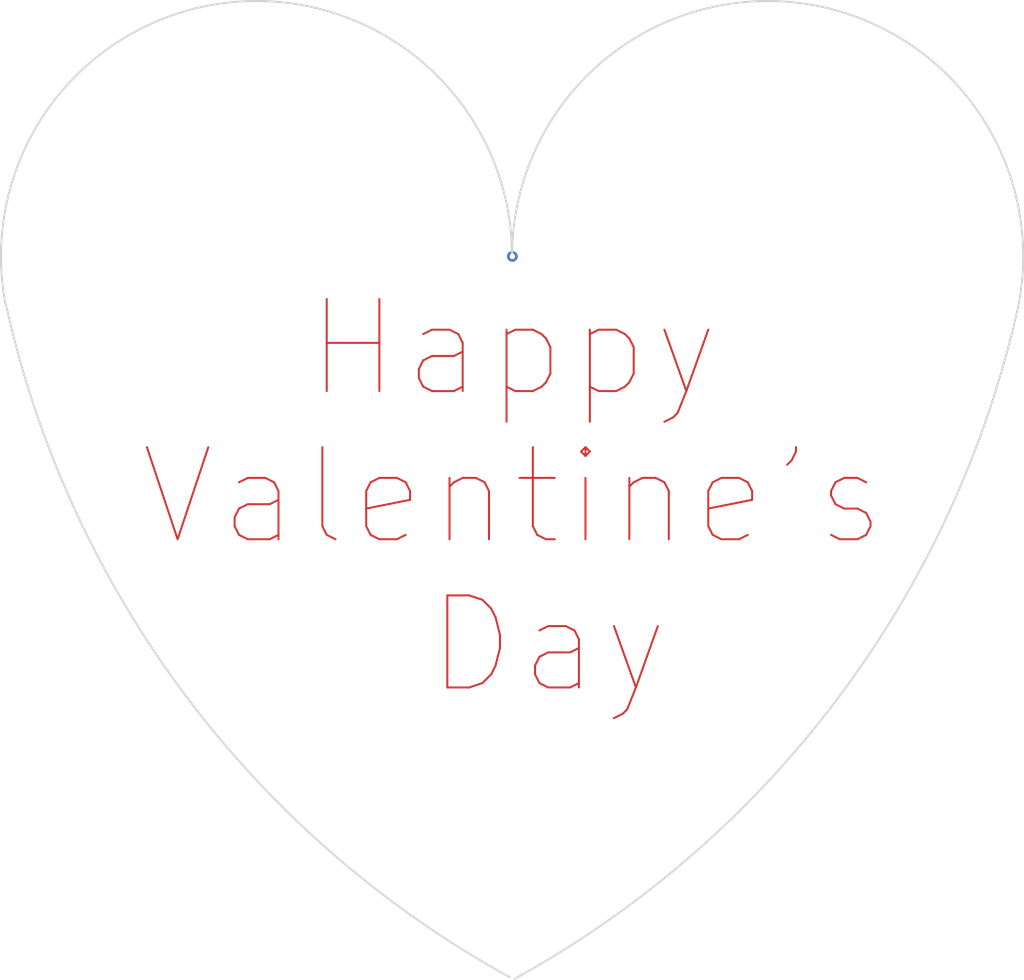
<source format=kicad_pcb>
(kicad_pcb (version 20171130) (host pcbnew "(6.0.0-rc1-dev-305-gf0b8b21)")

  (general
    (thickness 1.6)
    (drawings 5)
    (tracks 1)
    (zones 0)
    (modules 0)
    (nets 1)
  )

  (page A4)
  (layers
    (0 F.Cu signal)
    (31 B.Cu signal)
    (32 B.Adhes user)
    (33 F.Adhes user)
    (34 B.Paste user)
    (35 F.Paste user)
    (36 B.SilkS user)
    (37 F.SilkS user)
    (38 B.Mask user)
    (39 F.Mask user)
    (40 Dwgs.User user)
    (41 Cmts.User user)
    (42 Eco1.User user)
    (43 Eco2.User user)
    (44 Edge.Cuts user)
    (45 Margin user)
    (46 B.CrtYd user)
    (47 F.CrtYd user)
    (48 B.Fab user)
    (49 F.Fab user)
  )

  (setup
    (last_trace_width 0.25)
    (trace_clearance 0.2)
    (zone_clearance 0.508)
    (zone_45_only no)
    (trace_min 0.2)
    (via_size 0.8)
    (via_drill 0.4)
    (via_min_size 0.4)
    (via_min_drill 0.3)
    (uvia_size 0.3)
    (uvia_drill 0.1)
    (uvias_allowed no)
    (uvia_min_size 0.2)
    (uvia_min_drill 0.1)
    (edge_width 0.05)
    (segment_width 0.2)
    (pcb_text_width 0.3)
    (pcb_text_size 1.5 1.5)
    (mod_edge_width 0.12)
    (mod_text_size 1 1)
    (mod_text_width 0.15)
    (pad_size 1.524 1.524)
    (pad_drill 0.762)
    (pad_to_mask_clearance 0.2)
    (aux_axis_origin 0 0)
    (grid_origin 202.184 62.484)
    (visible_elements FFFFFF7F)
    (pcbplotparams
      (layerselection 0x01000_7fffffff)
      (usegerberextensions false)
      (usegerberattributes false)
      (usegerberadvancedattributes false)
      (creategerberjobfile false)
      (excludeedgelayer true)
      (linewidth 0.100000)
      (plotframeref false)
      (viasonmask false)
      (mode 1)
      (useauxorigin false)
      (hpglpennumber 1)
      (hpglpenspeed 20)
      (hpglpendiameter 15.000000)
      (psnegative false)
      (psa4output false)
      (plotreference true)
      (plotvalue true)
      (plotinvisibletext false)
      (padsonsilk false)
      (subtractmaskfromsilk false)
      (outputformat 1)
      (mirror false)
      (drillshape 0)
      (scaleselection 1)
      (outputdirectory "./"))
  )

  (net 0 "")

  (net_class Default "This is the default net class."
    (clearance 0.2)
    (trace_width 0.25)
    (via_dia 0.8)
    (via_drill 0.4)
    (uvia_dia 0.3)
    (uvia_drill 0.1)
  )

  (gr_text "Happy \nValentine’s \nDay" (at 166.751 80.391) (layer F.Cu)
    (effects (font (size 6.858 6.858) (thickness 0.15)))
  )
  (gr_arc (start 127.592644 49.778222) (end 201.760644 66.167) (angle 48.7) (layer Edge.Cuts) (width 0.15) (tstamp 5E37984B))
  (gr_arc (start 183.091644 62.484) (end 201.760644 66.167) (angle -191.2) (layer Edge.Cuts) (width 0.15) (tstamp 5E37980C))
  (gr_arc (start 200.533 49.651222) (end 126.365 66.04) (angle -48.7) (layer Edge.Cuts) (width 0.15) (tstamp 5E37962F))
  (gr_arc (start 145.034 62.484) (end 126.365 66.167) (angle 191.2) (layer Edge.Cuts) (width 0.15))

  (via (at 164.084 62.484) (size 0.8) (drill 0.4) (layers F.Cu B.Cu) (net 0))

)

</source>
